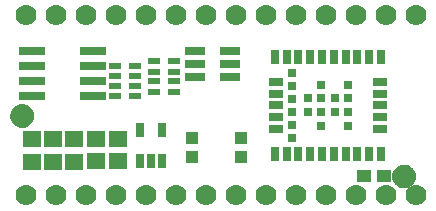
<source format=gbr>
G04 EAGLE Gerber RS-274X export*
G75*
%MOMM*%
%FSLAX34Y34*%
%LPD*%
%INSoldermask Top*%
%IPPOS*%
%AMOC8*
5,1,8,0,0,1.08239X$1,22.5*%
G01*
%ADD10C,1.101600*%
%ADD11C,0.500000*%
%ADD12C,1.778000*%
%ADD13R,0.801600X1.251600*%
%ADD14R,1.251600X0.801600*%
%ADD15R,0.801600X0.801600*%
%ADD16R,1.001600X1.001600*%
%ADD17R,1.601600X1.341600*%
%ADD18R,0.651600X1.301600*%
%ADD19R,1.176600X1.101600*%
%ADD20R,1.701600X0.801600*%
%ADD21R,2.301600X0.701600*%
%ADD22R,1.001600X0.551600*%


D10*
X332994Y28702D03*
D11*
X340494Y28702D02*
X340492Y28883D01*
X340485Y29064D01*
X340474Y29245D01*
X340459Y29426D01*
X340439Y29606D01*
X340415Y29786D01*
X340387Y29965D01*
X340354Y30143D01*
X340317Y30320D01*
X340276Y30497D01*
X340231Y30672D01*
X340181Y30847D01*
X340127Y31020D01*
X340069Y31191D01*
X340007Y31362D01*
X339940Y31530D01*
X339870Y31697D01*
X339796Y31863D01*
X339717Y32026D01*
X339635Y32187D01*
X339549Y32347D01*
X339459Y32504D01*
X339365Y32659D01*
X339268Y32812D01*
X339166Y32962D01*
X339062Y33110D01*
X338953Y33256D01*
X338842Y33398D01*
X338726Y33538D01*
X338608Y33675D01*
X338486Y33810D01*
X338361Y33941D01*
X338233Y34069D01*
X338102Y34194D01*
X337967Y34316D01*
X337830Y34434D01*
X337690Y34550D01*
X337548Y34661D01*
X337402Y34770D01*
X337254Y34874D01*
X337104Y34976D01*
X336951Y35073D01*
X336796Y35167D01*
X336639Y35257D01*
X336479Y35343D01*
X336318Y35425D01*
X336155Y35504D01*
X335989Y35578D01*
X335822Y35648D01*
X335654Y35715D01*
X335483Y35777D01*
X335312Y35835D01*
X335139Y35889D01*
X334964Y35939D01*
X334789Y35984D01*
X334612Y36025D01*
X334435Y36062D01*
X334257Y36095D01*
X334078Y36123D01*
X333898Y36147D01*
X333718Y36167D01*
X333537Y36182D01*
X333356Y36193D01*
X333175Y36200D01*
X332994Y36202D01*
X340494Y28702D02*
X340492Y28521D01*
X340485Y28340D01*
X340474Y28159D01*
X340459Y27978D01*
X340439Y27798D01*
X340415Y27618D01*
X340387Y27439D01*
X340354Y27261D01*
X340317Y27084D01*
X340276Y26907D01*
X340231Y26732D01*
X340181Y26557D01*
X340127Y26384D01*
X340069Y26213D01*
X340007Y26042D01*
X339940Y25874D01*
X339870Y25707D01*
X339796Y25541D01*
X339717Y25378D01*
X339635Y25217D01*
X339549Y25057D01*
X339459Y24900D01*
X339365Y24745D01*
X339268Y24592D01*
X339166Y24442D01*
X339062Y24294D01*
X338953Y24148D01*
X338842Y24006D01*
X338726Y23866D01*
X338608Y23729D01*
X338486Y23594D01*
X338361Y23463D01*
X338233Y23335D01*
X338102Y23210D01*
X337967Y23088D01*
X337830Y22970D01*
X337690Y22854D01*
X337548Y22743D01*
X337402Y22634D01*
X337254Y22530D01*
X337104Y22428D01*
X336951Y22331D01*
X336796Y22237D01*
X336639Y22147D01*
X336479Y22061D01*
X336318Y21979D01*
X336155Y21900D01*
X335989Y21826D01*
X335822Y21756D01*
X335654Y21689D01*
X335483Y21627D01*
X335312Y21569D01*
X335139Y21515D01*
X334964Y21465D01*
X334789Y21420D01*
X334612Y21379D01*
X334435Y21342D01*
X334257Y21309D01*
X334078Y21281D01*
X333898Y21257D01*
X333718Y21237D01*
X333537Y21222D01*
X333356Y21211D01*
X333175Y21204D01*
X332994Y21202D01*
X332813Y21204D01*
X332632Y21211D01*
X332451Y21222D01*
X332270Y21237D01*
X332090Y21257D01*
X331910Y21281D01*
X331731Y21309D01*
X331553Y21342D01*
X331376Y21379D01*
X331199Y21420D01*
X331024Y21465D01*
X330849Y21515D01*
X330676Y21569D01*
X330505Y21627D01*
X330334Y21689D01*
X330166Y21756D01*
X329999Y21826D01*
X329833Y21900D01*
X329670Y21979D01*
X329509Y22061D01*
X329349Y22147D01*
X329192Y22237D01*
X329037Y22331D01*
X328884Y22428D01*
X328734Y22530D01*
X328586Y22634D01*
X328440Y22743D01*
X328298Y22854D01*
X328158Y22970D01*
X328021Y23088D01*
X327886Y23210D01*
X327755Y23335D01*
X327627Y23463D01*
X327502Y23594D01*
X327380Y23729D01*
X327262Y23866D01*
X327146Y24006D01*
X327035Y24148D01*
X326926Y24294D01*
X326822Y24442D01*
X326720Y24592D01*
X326623Y24745D01*
X326529Y24900D01*
X326439Y25057D01*
X326353Y25217D01*
X326271Y25378D01*
X326192Y25541D01*
X326118Y25707D01*
X326048Y25874D01*
X325981Y26042D01*
X325919Y26213D01*
X325861Y26384D01*
X325807Y26557D01*
X325757Y26732D01*
X325712Y26907D01*
X325671Y27084D01*
X325634Y27261D01*
X325601Y27439D01*
X325573Y27618D01*
X325549Y27798D01*
X325529Y27978D01*
X325514Y28159D01*
X325503Y28340D01*
X325496Y28521D01*
X325494Y28702D01*
X325496Y28883D01*
X325503Y29064D01*
X325514Y29245D01*
X325529Y29426D01*
X325549Y29606D01*
X325573Y29786D01*
X325601Y29965D01*
X325634Y30143D01*
X325671Y30320D01*
X325712Y30497D01*
X325757Y30672D01*
X325807Y30847D01*
X325861Y31020D01*
X325919Y31191D01*
X325981Y31362D01*
X326048Y31530D01*
X326118Y31697D01*
X326192Y31863D01*
X326271Y32026D01*
X326353Y32187D01*
X326439Y32347D01*
X326529Y32504D01*
X326623Y32659D01*
X326720Y32812D01*
X326822Y32962D01*
X326926Y33110D01*
X327035Y33256D01*
X327146Y33398D01*
X327262Y33538D01*
X327380Y33675D01*
X327502Y33810D01*
X327627Y33941D01*
X327755Y34069D01*
X327886Y34194D01*
X328021Y34316D01*
X328158Y34434D01*
X328298Y34550D01*
X328440Y34661D01*
X328586Y34770D01*
X328734Y34874D01*
X328884Y34976D01*
X329037Y35073D01*
X329192Y35167D01*
X329349Y35257D01*
X329509Y35343D01*
X329670Y35425D01*
X329833Y35504D01*
X329999Y35578D01*
X330166Y35648D01*
X330334Y35715D01*
X330505Y35777D01*
X330676Y35835D01*
X330849Y35889D01*
X331024Y35939D01*
X331199Y35984D01*
X331376Y36025D01*
X331553Y36062D01*
X331731Y36095D01*
X331910Y36123D01*
X332090Y36147D01*
X332270Y36167D01*
X332451Y36182D01*
X332632Y36193D01*
X332813Y36200D01*
X332994Y36202D01*
D10*
X9688Y79940D03*
D11*
X2188Y79940D02*
X2190Y79759D01*
X2197Y79578D01*
X2208Y79397D01*
X2223Y79216D01*
X2243Y79036D01*
X2267Y78856D01*
X2295Y78677D01*
X2328Y78499D01*
X2365Y78322D01*
X2406Y78145D01*
X2451Y77970D01*
X2501Y77795D01*
X2555Y77622D01*
X2613Y77451D01*
X2675Y77280D01*
X2742Y77112D01*
X2812Y76945D01*
X2886Y76779D01*
X2965Y76616D01*
X3047Y76455D01*
X3133Y76295D01*
X3223Y76138D01*
X3317Y75983D01*
X3414Y75830D01*
X3516Y75680D01*
X3620Y75532D01*
X3729Y75386D01*
X3840Y75244D01*
X3956Y75104D01*
X4074Y74967D01*
X4196Y74832D01*
X4321Y74701D01*
X4449Y74573D01*
X4580Y74448D01*
X4715Y74326D01*
X4852Y74208D01*
X4992Y74092D01*
X5134Y73981D01*
X5280Y73872D01*
X5428Y73768D01*
X5578Y73666D01*
X5731Y73569D01*
X5886Y73475D01*
X6043Y73385D01*
X6203Y73299D01*
X6364Y73217D01*
X6527Y73138D01*
X6693Y73064D01*
X6860Y72994D01*
X7028Y72927D01*
X7199Y72865D01*
X7370Y72807D01*
X7543Y72753D01*
X7718Y72703D01*
X7893Y72658D01*
X8070Y72617D01*
X8247Y72580D01*
X8425Y72547D01*
X8604Y72519D01*
X8784Y72495D01*
X8964Y72475D01*
X9145Y72460D01*
X9326Y72449D01*
X9507Y72442D01*
X9688Y72440D01*
X2188Y79940D02*
X2190Y80121D01*
X2197Y80302D01*
X2208Y80483D01*
X2223Y80664D01*
X2243Y80844D01*
X2267Y81024D01*
X2295Y81203D01*
X2328Y81381D01*
X2365Y81558D01*
X2406Y81735D01*
X2451Y81910D01*
X2501Y82085D01*
X2555Y82258D01*
X2613Y82429D01*
X2675Y82600D01*
X2742Y82768D01*
X2812Y82935D01*
X2886Y83101D01*
X2965Y83264D01*
X3047Y83425D01*
X3133Y83585D01*
X3223Y83742D01*
X3317Y83897D01*
X3414Y84050D01*
X3516Y84200D01*
X3620Y84348D01*
X3729Y84494D01*
X3840Y84636D01*
X3956Y84776D01*
X4074Y84913D01*
X4196Y85048D01*
X4321Y85179D01*
X4449Y85307D01*
X4580Y85432D01*
X4715Y85554D01*
X4852Y85672D01*
X4992Y85788D01*
X5134Y85899D01*
X5280Y86008D01*
X5428Y86112D01*
X5578Y86214D01*
X5731Y86311D01*
X5886Y86405D01*
X6043Y86495D01*
X6203Y86581D01*
X6364Y86663D01*
X6527Y86742D01*
X6693Y86816D01*
X6860Y86886D01*
X7028Y86953D01*
X7199Y87015D01*
X7370Y87073D01*
X7543Y87127D01*
X7718Y87177D01*
X7893Y87222D01*
X8070Y87263D01*
X8247Y87300D01*
X8425Y87333D01*
X8604Y87361D01*
X8784Y87385D01*
X8964Y87405D01*
X9145Y87420D01*
X9326Y87431D01*
X9507Y87438D01*
X9688Y87440D01*
X9869Y87438D01*
X10050Y87431D01*
X10231Y87420D01*
X10412Y87405D01*
X10592Y87385D01*
X10772Y87361D01*
X10951Y87333D01*
X11129Y87300D01*
X11306Y87263D01*
X11483Y87222D01*
X11658Y87177D01*
X11833Y87127D01*
X12006Y87073D01*
X12177Y87015D01*
X12348Y86953D01*
X12516Y86886D01*
X12683Y86816D01*
X12849Y86742D01*
X13012Y86663D01*
X13173Y86581D01*
X13333Y86495D01*
X13490Y86405D01*
X13645Y86311D01*
X13798Y86214D01*
X13948Y86112D01*
X14096Y86008D01*
X14242Y85899D01*
X14384Y85788D01*
X14524Y85672D01*
X14661Y85554D01*
X14796Y85432D01*
X14927Y85307D01*
X15055Y85179D01*
X15180Y85048D01*
X15302Y84913D01*
X15420Y84776D01*
X15536Y84636D01*
X15647Y84494D01*
X15756Y84348D01*
X15860Y84200D01*
X15962Y84050D01*
X16059Y83897D01*
X16153Y83742D01*
X16243Y83585D01*
X16329Y83425D01*
X16411Y83264D01*
X16490Y83101D01*
X16564Y82935D01*
X16634Y82768D01*
X16701Y82600D01*
X16763Y82429D01*
X16821Y82258D01*
X16875Y82085D01*
X16925Y81910D01*
X16970Y81735D01*
X17011Y81558D01*
X17048Y81381D01*
X17081Y81203D01*
X17109Y81024D01*
X17133Y80844D01*
X17153Y80664D01*
X17168Y80483D01*
X17179Y80302D01*
X17186Y80121D01*
X17188Y79940D01*
X17186Y79759D01*
X17179Y79578D01*
X17168Y79397D01*
X17153Y79216D01*
X17133Y79036D01*
X17109Y78856D01*
X17081Y78677D01*
X17048Y78499D01*
X17011Y78322D01*
X16970Y78145D01*
X16925Y77970D01*
X16875Y77795D01*
X16821Y77622D01*
X16763Y77451D01*
X16701Y77280D01*
X16634Y77112D01*
X16564Y76945D01*
X16490Y76779D01*
X16411Y76616D01*
X16329Y76455D01*
X16243Y76295D01*
X16153Y76138D01*
X16059Y75983D01*
X15962Y75830D01*
X15860Y75680D01*
X15756Y75532D01*
X15647Y75386D01*
X15536Y75244D01*
X15420Y75104D01*
X15302Y74967D01*
X15180Y74832D01*
X15055Y74701D01*
X14927Y74573D01*
X14796Y74448D01*
X14661Y74326D01*
X14524Y74208D01*
X14384Y74092D01*
X14242Y73981D01*
X14096Y73872D01*
X13948Y73768D01*
X13798Y73666D01*
X13645Y73569D01*
X13490Y73475D01*
X13333Y73385D01*
X13173Y73299D01*
X13012Y73217D01*
X12849Y73138D01*
X12683Y73064D01*
X12516Y72994D01*
X12348Y72927D01*
X12177Y72865D01*
X12006Y72807D01*
X11833Y72753D01*
X11658Y72703D01*
X11483Y72658D01*
X11306Y72617D01*
X11129Y72580D01*
X10951Y72547D01*
X10772Y72519D01*
X10592Y72495D01*
X10412Y72475D01*
X10231Y72460D01*
X10050Y72449D01*
X9869Y72442D01*
X9688Y72440D01*
D12*
X12700Y165100D03*
X38100Y165100D03*
X63500Y165100D03*
X88900Y165100D03*
X114300Y165100D03*
X139700Y165100D03*
X165100Y165100D03*
X190500Y165100D03*
X215900Y165100D03*
X241300Y165100D03*
X266700Y165100D03*
X292100Y165100D03*
X317500Y165100D03*
X342900Y165100D03*
X342900Y12700D03*
X317500Y12700D03*
X292100Y12700D03*
X266700Y12700D03*
X241300Y12700D03*
X215900Y12700D03*
X190500Y12700D03*
X165100Y12700D03*
X139700Y12700D03*
X114300Y12700D03*
X88900Y12700D03*
X63500Y12700D03*
X38100Y12700D03*
X12700Y12700D03*
D13*
X223550Y47650D03*
X233550Y47650D03*
X243550Y47650D03*
X253550Y47650D03*
X263550Y47650D03*
X273550Y47650D03*
X283550Y47650D03*
X293550Y47650D03*
X303550Y47650D03*
X313550Y47650D03*
D14*
X312800Y68900D03*
X312800Y78900D03*
X312800Y88900D03*
X312800Y98900D03*
X312800Y108900D03*
D13*
X313550Y130150D03*
X303550Y130150D03*
X293550Y130150D03*
X283550Y130150D03*
X273550Y130150D03*
X263550Y130150D03*
X253550Y130150D03*
X243550Y130150D03*
X233550Y130150D03*
X223550Y130150D03*
D14*
X224300Y108900D03*
X224300Y98900D03*
X224300Y88900D03*
X224300Y78900D03*
X224300Y68900D03*
D15*
X238050Y61400D03*
X238050Y72400D03*
X238050Y83400D03*
X238050Y94400D03*
X238050Y105400D03*
X238050Y116400D03*
X285850Y71900D03*
X285850Y83400D03*
X285850Y94900D03*
X285850Y106400D03*
X274350Y83400D03*
X274350Y94900D03*
X262850Y71900D03*
X262850Y83400D03*
X262850Y94900D03*
X262850Y106400D03*
X251350Y83400D03*
X251350Y94900D03*
D16*
X194744Y61340D03*
X194744Y45340D03*
X153744Y45340D03*
X153744Y61340D03*
D17*
X53594Y41427D03*
X53594Y60427D03*
X72390Y41554D03*
X72390Y60554D03*
X90678Y41554D03*
X90678Y60554D03*
D18*
X109372Y42118D03*
X118872Y42118D03*
X128372Y42118D03*
X128372Y68118D03*
X109372Y68118D03*
D19*
X299094Y29210D03*
X316094Y29210D03*
D20*
X185514Y135206D03*
X185514Y124206D03*
X185514Y113206D03*
X155854Y135206D03*
X155854Y124206D03*
X155854Y113206D03*
D21*
X17942Y122682D03*
X69942Y122682D03*
X17942Y135382D03*
X17942Y109982D03*
X17942Y97282D03*
X69942Y135382D03*
X69942Y109982D03*
X69942Y97282D03*
D17*
X17780Y41300D03*
X17780Y60300D03*
X35560Y41300D03*
X35560Y60300D03*
D22*
X121294Y100538D03*
X138294Y100538D03*
X121294Y109538D03*
X121294Y117538D03*
X121294Y126538D03*
X138294Y126538D03*
X138294Y109538D03*
X138294Y117538D03*
X105020Y122728D03*
X88020Y122728D03*
X105020Y113728D03*
X105020Y105728D03*
X105020Y96728D03*
X88020Y96728D03*
X88020Y113728D03*
X88020Y105728D03*
M02*

</source>
